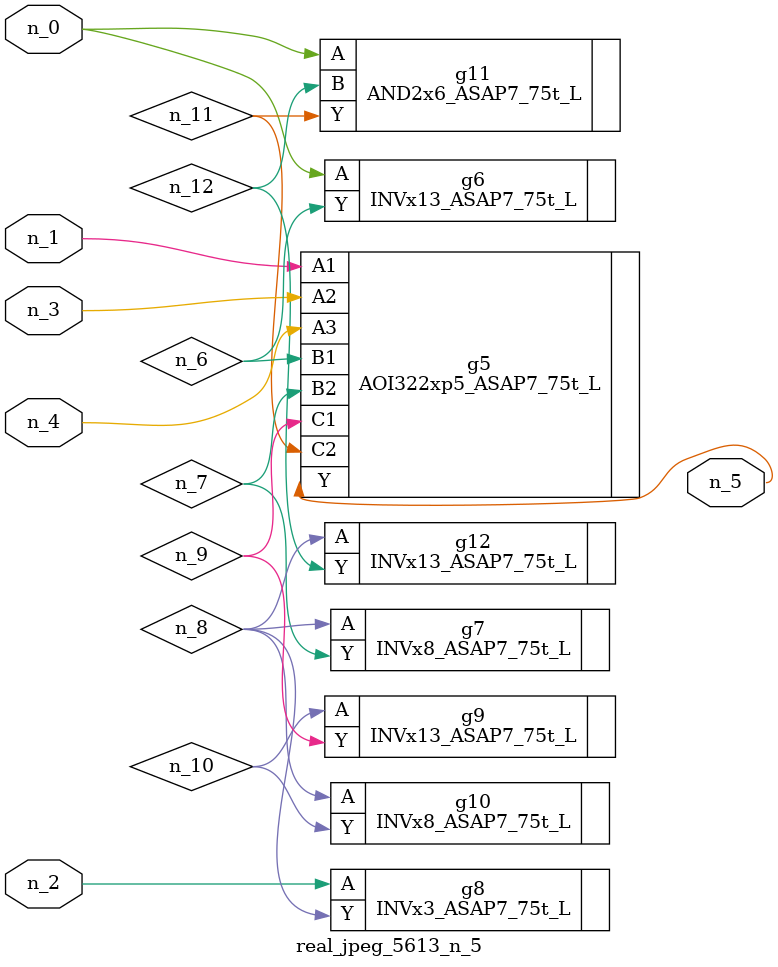
<source format=v>
module real_jpeg_5613_n_5 (n_4, n_0, n_1, n_2, n_3, n_5);

input n_4;
input n_0;
input n_1;
input n_2;
input n_3;

output n_5;

wire n_12;
wire n_8;
wire n_11;
wire n_6;
wire n_7;
wire n_10;
wire n_9;

INVx13_ASAP7_75t_L g6 ( 
.A(n_0),
.Y(n_6)
);

AND2x6_ASAP7_75t_L g11 ( 
.A(n_0),
.B(n_12),
.Y(n_11)
);

AOI322xp5_ASAP7_75t_L g5 ( 
.A1(n_1),
.A2(n_3),
.A3(n_4),
.B1(n_6),
.B2(n_7),
.C1(n_9),
.C2(n_11),
.Y(n_5)
);

INVx3_ASAP7_75t_L g8 ( 
.A(n_2),
.Y(n_8)
);

INVx8_ASAP7_75t_L g7 ( 
.A(n_8),
.Y(n_7)
);

INVx8_ASAP7_75t_L g10 ( 
.A(n_8),
.Y(n_10)
);

INVx13_ASAP7_75t_L g12 ( 
.A(n_8),
.Y(n_12)
);

INVx13_ASAP7_75t_L g9 ( 
.A(n_10),
.Y(n_9)
);


endmodule
</source>
